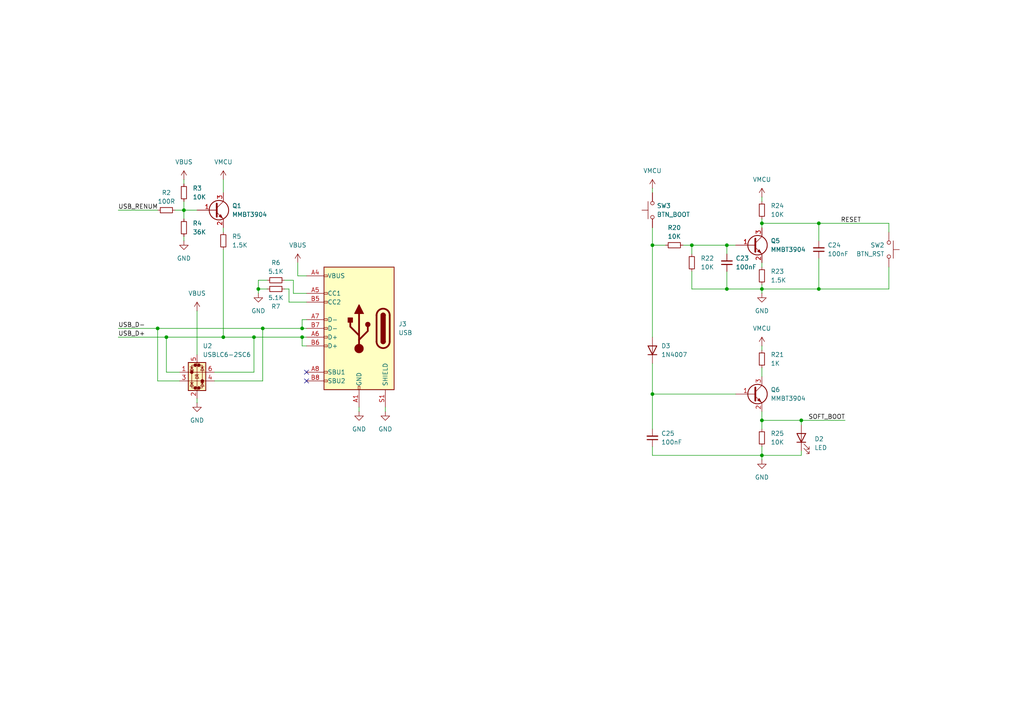
<source format=kicad_sch>
(kicad_sch (version 20231120) (generator "eeschema") (generator_version "8.0")
  (paper "A4")
  (lib_symbols
    (symbol "Connector:USB_C_Receptacle_USB2.0_16P" (pin_names (offset 1.016))
      (property "Reference" "J" (at 0 22.225 0))
      (property "Value" "USB_C_Receptacle_USB2.0_16P" (at 0 19.685 0))
      (symbol "USB_C_Receptacle_USB2.0_16P_0_0"
        (rectangle (start -0.254 -17.78) (end 0.254 -16.764))
        (rectangle (start 10.16 -14.986) (end 9.144 -15.494))
        (rectangle (start 10.16 -12.446) (end 9.144 -12.954))
        (rectangle (start 10.16 -4.826) (end 9.144 -5.334))
        (rectangle (start 10.16 -2.286) (end 9.144 -2.794))
        (rectangle (start 10.16 0.254) (end 9.144 -0.254))
        (rectangle (start 10.16 2.794) (end 9.144 2.286))
        (rectangle (start 10.16 7.874) (end 9.144 7.366))
        (rectangle (start 10.16 10.414) (end 9.144 9.906))
        (rectangle (start 10.16 15.494) (end 9.144 14.986))
      )
      (symbol "USB_C_Receptacle_USB2.0_16P_0_1"
        (rectangle (start -10.16 17.78) (end 10.16 -17.78) (stroke (width 0.254)) (fill (type background)))
        (arc (start -8.89 -3.81) (mid -6.985 -5.7067) (end -5.08 -3.81) (stroke (width 0.508)))
        (arc (start -7.62 -3.81) (mid -6.985 -4.4423) (end -6.35 -3.81) (stroke (width 0.254)))
        (arc (start -7.62 -3.81) (mid -6.985 -4.4423) (end -6.35 -3.81) (stroke (width 0.254)) (fill (type outline)))
        (rectangle (start -7.62 -3.81) (end -6.35 3.81) (stroke (width 0.254)) (fill (type outline)))
        (arc (start -6.35 3.81) (mid -6.985 4.4423) (end -7.62 3.81) (stroke (width 0.254)))
        (arc (start -6.35 3.81) (mid -6.985 4.4423) (end -7.62 3.81) (stroke (width 0.254)) (fill (type outline)))
        (arc (start -5.08 3.81) (mid -6.985 5.7067) (end -8.89 3.81) (stroke (width 0.508)))
        (circle (center -2.54 1.143) (radius 0.635) (stroke (width 0.254)) (fill (type outline)))
        (circle (center 0 -5.842) (radius 1.27) (fill (type outline)))
        (polyline (pts (xy -8.89 -3.81) (xy -8.89 3.81)) (stroke (width 0.508)))
        (polyline (pts (xy -5.08 3.81) (xy -5.08 -3.81)) (stroke (width 0.508)))
        (polyline (pts (xy 0 -5.842) (xy 0 4.318)) (stroke (width 0.508)))
        (polyline (pts (xy 0 -3.302) (xy -2.54 -0.762) (xy -2.54 0.508)) (stroke (width 0.508)))
        (polyline (pts (xy 0 -2.032) (xy 2.54 0.508) (xy 2.54 1.778)) (stroke (width 0.508)))
        (polyline (pts (xy -1.27 4.318) (xy 0 6.858) (xy 1.27 4.318) (xy -1.27 4.318)) (stroke (width 0.254)) (fill (type outline)))
        (rectangle (start 1.905 1.778) (end 3.175 3.048) (stroke (width 0.254)) (fill (type outline)))
      )
      (symbol "USB_C_Receptacle_USB2.0_16P_1_1"
        (pin passive line (at 0 -22.86 90) (length 5.08) (name "GND") (number "A1"))
        (pin passive line (at 0 -22.86 90) (length 5.08) hide (name "GND") (number "A12"))
        (pin passive line (at 15.24 15.24 180) (length 5.08) (name "VBUS") (number "A4"))
        (pin bidirectional line (at 15.24 10.16 180) (length 5.08) (name "CC1") (number "A5"))
        (pin bidirectional line (at 15.24 -2.54 180) (length 5.08) (name "D+") (number "A6"))
        (pin bidirectional line (at 15.24 2.54 180) (length 5.08) (name "D-") (number "A7"))
        (pin bidirectional line (at 15.24 -12.7 180) (length 5.08) (name "SBU1") (number "A8"))
        (pin passive line (at 15.24 15.24 180) (length 5.08) hide (name "VBUS") (number "A9"))
        (pin passive line (at 0 -22.86 90) (length 5.08) hide (name "GND") (number "B1"))
        (pin passive line (at 0 -22.86 90) (length 5.08) hide (name "GND") (number "B12"))
        (pin passive line (at 15.24 15.24 180) (length 5.08) hide (name "VBUS") (number "B4"))
        (pin bidirectional line (at 15.24 7.62 180) (length 5.08) (name "CC2") (number "B5"))
        (pin bidirectional line (at 15.24 -5.08 180) (length 5.08) (name "D+") (number "B6"))
        (pin bidirectional line (at 15.24 0 180) (length 5.08) (name "D-") (number "B7"))
        (pin bidirectional line (at 15.24 -15.24 180) (length 5.08) (name "SBU2") (number "B8"))
        (pin passive line (at 15.24 15.24 180) (length 5.08) hide (name "VBUS") (number "B9"))
        (pin passive line (at -7.62 -22.86 90) (length 5.08) (name "SHIELD") (number "S1"))
      )
    )
    (symbol "Device:C_Small" (pin_numbers hide) (pin_names (offset 0.254) hide)
      (property "Reference" "C" (at 0.254 1.778 0))
      (property "Value" "C_Small" (at 0.254 -2.032 0))
      (symbol "C_Small_0_1"
        (polyline (pts (xy -1.524 -0.508) (xy 1.524 -0.508)) (stroke (width 0.3302)))
        (polyline (pts (xy -1.524 0.508) (xy 1.524 0.508)) (stroke (width 0.3048)))
      )
      (symbol "C_Small_1_1"
        (pin passive line (at 0 2.54 270) (length 2.032) (name "~") (number "1"))
        (pin passive line (at 0 -2.54 90) (length 2.032) (name "~") (number "2"))
      )
    )
    (symbol "Device:LED" (pin_numbers hide) (pin_names (offset 1.016) hide)
      (property "Reference" "D" (at 0 2.54 0))
      (property "Value" "LED" (at 0 -2.54 0))
      (symbol "LED_0_1"
        (polyline (pts (xy -1.27 -1.27) (xy -1.27 1.27)) (stroke (width 0.254)))
        (polyline (pts (xy -1.27 0) (xy 1.27 0)))
        (polyline (pts (xy 1.27 -1.27) (xy 1.27 1.27) (xy -1.27 0) (xy 1.27 -1.27)) (stroke (width 0.254)))
        (polyline (pts (xy -3.048 -0.762) (xy -4.572 -2.286) (xy -3.81 -2.286) (xy -4.572 -2.286) (xy -4.572 -1.524)))
        (polyline (pts (xy -1.778 -0.762) (xy -3.302 -2.286) (xy -2.54 -2.286) (xy -3.302 -2.286) (xy -3.302 -1.524)))
      )
      (symbol "LED_1_1"
        (pin passive line (at -3.81 0 0) (length 2.54) (name "K") (number "1"))
        (pin passive line (at 3.81 0 180) (length 2.54) (name "A") (number "2"))
      )
    )
    (symbol "Device:R_Small" (pin_numbers hide) (pin_names (offset 0.254) hide)
      (property "Reference" "R" (at 0.762 0.508 0))
      (property "Value" "R_Small" (at 0.762 -1.016 0))
      (symbol "R_Small_0_1"
        (rectangle (start -0.762 1.778) (end 0.762 -1.778) (stroke (width 0.2032)))
      )
      (symbol "R_Small_1_1"
        (pin passive line (at 0 2.54 270) (length 0.762) (name "~") (number "1"))
        (pin passive line (at 0 -2.54 90) (length 0.762) (name "~") (number "2"))
      )
    )
    (symbol "Diode:1N4007" (pin_numbers hide) (pin_names hide)
      (property "Reference" "D" (at 0 2.54 0))
      (property "Value" "1N4007" (at 0 -2.54 0))
      (symbol "1N4007_0_1"
        (polyline (pts (xy -1.27 1.27) (xy -1.27 -1.27)) (stroke (width 0.254)))
        (polyline (pts (xy 1.27 0) (xy -1.27 0)))
        (polyline (pts (xy 1.27 1.27) (xy 1.27 -1.27) (xy -1.27 0) (xy 1.27 1.27)) (stroke (width 0.254)))
      )
      (symbol "1N4007_1_1"
        (pin passive line (at -3.81 0 0) (length 2.54) (name "K") (number "1"))
        (pin passive line (at 3.81 0 180) (length 2.54) (name "A") (number "2"))
      )
    )
    (symbol "Power_Protection:USBLC6-2SC6" (pin_names hide)
      (property "Reference" "U" (at 0.635 5.715 0))
      (property "Value" "USBLC6-2SC6" (at 0.635 3.81 0))
      (symbol "USBLC6-2SC6_0_0"
        (circle (center -1.524 0) (radius 0.0001) (stroke (width 0.508)))
        (circle (center -0.508 -4.572) (radius 0.0001) (stroke (width 0.508)))
        (circle (center -0.508 2.032) (radius 0.0001) (stroke (width 0.508)))
        (circle (center 0.508 -4.572) (radius 0.0001) (stroke (width 0.508)))
        (circle (center 0.508 2.032) (radius 0.0001) (stroke (width 0.508)))
        (circle (center 1.524 -2.54) (radius 0.0001) (stroke (width 0.508)))
      )
      (symbol "USBLC6-2SC6_0_1"
        (polyline (pts (xy -2.54 -2.54) (xy 2.54 -2.54)))
        (polyline (pts (xy -2.54 0) (xy 2.54 0)))
        (polyline (pts (xy -2.032 -3.048) (xy -1.016 -3.048)))
        (polyline (pts (xy -1.016 1.524) (xy -2.032 1.524)))
        (polyline (pts (xy 1.016 -3.048) (xy 2.032 -3.048)))
        (polyline (pts (xy 1.016 1.524) (xy 2.032 1.524)))
        (polyline (pts (xy -0.508 -1.143) (xy -0.508 -0.762) (xy 0.508 -0.762)))
        (polyline (pts (xy -2.032 0.508) (xy -1.016 0.508) (xy -1.524 1.524) (xy -2.032 0.508)))
        (polyline (pts (xy -1.016 -4.064) (xy -2.032 -4.064) (xy -1.524 -3.048) (xy -1.016 -4.064)))
        (polyline (pts (xy 0.508 -1.778) (xy -0.508 -1.778) (xy 0 -0.762) (xy 0.508 -1.778)))
        (polyline (pts (xy 2.032 -4.064) (xy 1.016 -4.064) (xy 1.524 -3.048) (xy 2.032 -4.064)))
        (polyline (pts (xy 2.032 0.508) (xy 1.016 0.508) (xy 1.524 1.524) (xy 2.032 0.508)))
        (polyline (pts (xy 0 2.54) (xy -0.508 2.032) (xy 0.508 2.032) (xy 0 1.524) (xy 0 -4.064) (xy -0.508 -4.572) (xy 0.508 -4.572) (xy 0 -5.08)))
      )
      (symbol "USBLC6-2SC6_1_1"
        (rectangle (start -2.54 2.794) (end 2.54 -5.334) (stroke (width 0.254)) (fill (type background)))
        (polyline (pts (xy -0.508 2.032) (xy -1.524 2.032) (xy -1.524 -4.572) (xy -0.508 -4.572)))
        (polyline (pts (xy 0.508 -4.572) (xy 1.524 -4.572) (xy 1.524 2.032) (xy 0.508 2.032)))
        (pin passive line (at -5.08 0 0) (length 2.54) (name "I/O1") (number "1"))
        (pin passive line (at 0 -7.62 90) (length 2.54) (name "GND") (number "2"))
        (pin passive line (at -5.08 -2.54 0) (length 2.54) (name "I/O2") (number "3"))
        (pin passive line (at 5.08 -2.54 180) (length 2.54) (name "I/O2") (number "4"))
        (pin passive line (at 0 5.08 270) (length 2.54) (name "VBUS") (number "5"))
        (pin passive line (at 5.08 0 180) (length 2.54) (name "I/O1") (number "6"))
      )
    )
    (symbol "Switch:SW_Push" (pin_numbers hide) (pin_names (offset 1.016) hide)
      (property "Reference" "SW" (at 1.27 2.54 0))
      (property "Value" "SW_Push" (at 0 -1.524 0))
      (symbol "SW_Push_0_1"
        (circle (center -2.032 0) (radius 0.508))
        (polyline (pts (xy 0 1.27) (xy 0 3.048)))
        (polyline (pts (xy 2.54 1.27) (xy -2.54 1.27)))
        (circle (center 2.032 0) (radius 0.508))
        (pin passive line (at -5.08 0 0) (length 2.54) (name "1") (number "1"))
        (pin passive line (at 5.08 0 180) (length 2.54) (name "2") (number "2"))
      )
    )
    (symbol "Transistor_BJT:MMBT3904" (pin_names (offset 0) hide)
      (property "Reference" "Q" (at 5.08 1.905 0))
      (property "Value" "MMBT3904" (at 5.08 0 0))
      (symbol "MMBT3904_0_1"
        (polyline (pts (xy 0.635 0.635) (xy 2.54 2.54)))
        (polyline (pts (xy 0.635 -0.635) (xy 2.54 -2.54) (xy 2.54 -2.54)))
        (polyline (pts (xy 0.635 1.905) (xy 0.635 -1.905) (xy 0.635 -1.905)) (stroke (width 0.508)))
        (polyline (pts (xy 1.27 -1.778) (xy 1.778 -1.27) (xy 2.286 -2.286) (xy 1.27 -1.778) (xy 1.27 -1.778)) (fill (type outline)))
        (circle (center 1.27 0) (radius 2.8194) (stroke (width 0.254)))
      )
      (symbol "MMBT3904_1_1"
        (pin input line (at -5.08 0 0) (length 5.715) (name "B") (number "1"))
        (pin passive line (at 2.54 -5.08 90) (length 2.54) (name "E") (number "2"))
        (pin passive line (at 2.54 5.08 270) (length 2.54) (name "C") (number "3"))
      )
    )
    (symbol "power:+3V3" (power) (pin_numbers hide) (pin_names (offset 0) hide)
      (property "Value" "+3V3" (at 0 3.556 0))
      (symbol "+3V3_0_1"
        (polyline (pts (xy -0.762 1.27) (xy 0 2.54)))
        (polyline (pts (xy 0 0) (xy 0 2.54)))
        (polyline (pts (xy 0 2.54) (xy 0.762 1.27)))
      )
      (symbol "+3V3_1_1"
        (pin power_in line (at 0 0 90) (length 0) (name "~") (number "1"))
      )
    )
    (symbol "power:GND" (power) (pin_numbers hide) (pin_names (offset 0) hide)
      (property "Value" "GND" (at 0 -3.81 0))
      (symbol "GND_0_1"
        (polyline (pts (xy 0 0) (xy 0 -1.27) (xy 1.27 -1.27) (xy 0 -2.54) (xy -1.27 -1.27) (xy 0 -1.27)))
      )
      (symbol "GND_1_1"
        (pin power_in line (at 0 0 270) (length 0) (name "~") (number "1"))
      )
    )
    (symbol "power:VBUS" (power) (pin_numbers hide) (pin_names (offset 0) hide)
      (property "Value" "VBUS" (at 0 3.556 0))
      (symbol "VBUS_0_1"
        (polyline (pts (xy -0.762 1.27) (xy 0 2.54)))
        (polyline (pts (xy 0 0) (xy 0 2.54)))
        (polyline (pts (xy 0 2.54) (xy 0.762 1.27)))
      )
      (symbol "VBUS_1_1"
        (pin power_in line (at 0 0 90) (length 0) (name "~") (number "1"))
      )
    )
  )
  (junction (at 220.98 64.77))
  (junction (at 64.77 97.79))
  (junction (at 220.98 83.82))
  (junction (at 210.82 71.12))
  (junction (at 48.26 97.79))
  (junction (at 45.72 95.25))
  (junction (at 200.66 71.12))
  (junction (at 87.63 95.25))
  (junction (at 87.63 97.79))
  (junction (at 232.41 121.92))
  (junction (at 220.98 132.08))
  (junction (at 76.2 95.25))
  (junction (at 189.23 114.3))
  (junction (at 74.93 83.82))
  (junction (at 189.23 71.12))
  (junction (at 210.82 83.82))
  (junction (at 53.34 60.96))
  (junction (at 73.66 97.79))
  (junction (at 237.49 83.82))
  (junction (at 220.98 121.92))
  (junction (at 237.49 64.77))
  (no_connect (at 88.9 110.49))
  (no_connect (at 88.9 107.95))
  (wire (pts (xy 57.15 90.17) (xy 57.15 102.87)))
  (wire (pts (xy 50.8 60.96) (xy 53.34 60.96)))
  (wire (pts (xy 232.41 121.92) (xy 245.11 121.92)))
  (wire (pts (xy 76.2 95.25) (xy 87.63 95.25)))
  (wire (pts (xy 34.29 60.96) (xy 45.72 60.96)))
  (wire (pts (xy 200.66 71.12) (xy 210.82 71.12)))
  (wire (pts (xy 64.77 97.79) (xy 73.66 97.79)))
  (wire (pts (xy 237.49 64.77) (xy 220.98 64.77)))
  (wire (pts (xy 76.2 110.49) (xy 76.2 95.25)))
  (wire (pts (xy 57.15 116.84) (xy 57.15 115.57)))
  (wire (pts (xy 52.07 107.95) (xy 48.26 107.95)))
  (wire (pts (xy 210.82 71.12) (xy 213.36 71.12)))
  (wire (pts (xy 83.82 87.63) (xy 88.9 87.63)))
  (wire (pts (xy 257.81 77.47) (xy 257.81 83.82)))
  (wire (pts (xy 232.41 123.19) (xy 232.41 121.92)))
  (wire (pts (xy 189.23 132.08) (xy 220.98 132.08)))
  (wire (pts (xy 200.66 78.74) (xy 200.66 83.82)))
  (wire (pts (xy 53.34 69.85) (xy 53.34 68.58)))
  (wire (pts (xy 86.36 76.2) (xy 86.36 80.01)))
  (wire (pts (xy 189.23 114.3) (xy 189.23 124.46)))
  (wire (pts (xy 257.81 64.77) (xy 237.49 64.77)))
  (wire (pts (xy 220.98 121.92) (xy 232.41 121.92)))
  (wire (pts (xy 88.9 100.33) (xy 87.63 100.33)))
  (wire (pts (xy 62.23 107.95) (xy 73.66 107.95)))
  (wire (pts (xy 189.23 71.12) (xy 193.04 71.12)))
  (wire (pts (xy 85.09 81.28) (xy 85.09 85.09)))
  (wire (pts (xy 73.66 97.79) (xy 87.63 97.79)))
  (wire (pts (xy 200.66 71.12) (xy 200.66 73.66)))
  (wire (pts (xy 111.76 119.38) (xy 111.76 118.11)))
  (wire (pts (xy 74.93 81.28) (xy 77.47 81.28)))
  (wire (pts (xy 220.98 63.5) (xy 220.98 64.77)))
  (wire (pts (xy 53.34 60.96) (xy 53.34 63.5)))
  (wire (pts (xy 45.72 95.25) (xy 76.2 95.25)))
  (wire (pts (xy 237.49 83.82) (xy 220.98 83.82)))
  (wire (pts (xy 257.81 67.31) (xy 257.81 64.77)))
  (wire (pts (xy 189.23 105.41) (xy 189.23 114.3)))
  (wire (pts (xy 86.36 80.01) (xy 88.9 80.01)))
  (wire (pts (xy 104.14 119.38) (xy 104.14 118.11)))
  (wire (pts (xy 64.77 52.07) (xy 64.77 55.88)))
  (wire (pts (xy 48.26 107.95) (xy 48.26 97.79)))
  (wire (pts (xy 82.55 83.82) (xy 83.82 83.82)))
  (wire (pts (xy 189.23 129.54) (xy 189.23 132.08)))
  (wire (pts (xy 220.98 57.15) (xy 220.98 58.42)))
  (wire (pts (xy 88.9 92.71) (xy 87.63 92.71)))
  (wire (pts (xy 237.49 69.85) (xy 237.49 64.77)))
  (wire (pts (xy 210.82 71.12) (xy 210.82 73.66)))
  (wire (pts (xy 74.93 83.82) (xy 77.47 83.82)))
  (wire (pts (xy 87.63 95.25) (xy 88.9 95.25)))
  (wire (pts (xy 210.82 78.74) (xy 210.82 83.82)))
  (wire (pts (xy 232.41 130.81) (xy 232.41 132.08)))
  (wire (pts (xy 257.81 83.82) (xy 237.49 83.82)))
  (wire (pts (xy 237.49 74.93) (xy 237.49 83.82)))
  (wire (pts (xy 74.93 85.09) (xy 74.93 83.82)))
  (wire (pts (xy 220.98 100.33) (xy 220.98 101.6)))
  (wire (pts (xy 189.23 66.04) (xy 189.23 71.12)))
  (wire (pts (xy 83.82 83.82) (xy 83.82 87.63)))
  (wire (pts (xy 45.72 110.49) (xy 45.72 95.25)))
  (wire (pts (xy 73.66 107.95) (xy 73.66 97.79)))
  (wire (pts (xy 53.34 58.42) (xy 53.34 60.96)))
  (wire (pts (xy 220.98 121.92) (xy 220.98 119.38)))
  (wire (pts (xy 53.34 60.96) (xy 57.15 60.96)))
  (wire (pts (xy 220.98 85.09) (xy 220.98 83.82)))
  (wire (pts (xy 34.29 97.79) (xy 48.26 97.79)))
  (wire (pts (xy 62.23 110.49) (xy 76.2 110.49)))
  (wire (pts (xy 220.98 106.68) (xy 220.98 109.22)))
  (wire (pts (xy 34.29 95.25) (xy 45.72 95.25)))
  (wire (pts (xy 220.98 77.47) (xy 220.98 76.2)))
  (wire (pts (xy 220.98 133.35) (xy 220.98 132.08)))
  (wire (pts (xy 85.09 85.09) (xy 88.9 85.09)))
  (wire (pts (xy 74.93 83.82) (xy 74.93 81.28)))
  (wire (pts (xy 87.63 100.33) (xy 87.63 97.79)))
  (wire (pts (xy 198.12 71.12) (xy 200.66 71.12)))
  (wire (pts (xy 189.23 97.79) (xy 189.23 71.12)))
  (wire (pts (xy 87.63 97.79) (xy 88.9 97.79)))
  (wire (pts (xy 52.07 110.49) (xy 45.72 110.49)))
  (wire (pts (xy 53.34 52.07) (xy 53.34 53.34)))
  (wire (pts (xy 220.98 124.46) (xy 220.98 121.92)))
  (wire (pts (xy 210.82 83.82) (xy 220.98 83.82)))
  (wire (pts (xy 64.77 67.31) (xy 64.77 66.04)))
  (wire (pts (xy 220.98 132.08) (xy 220.98 129.54)))
  (wire (pts (xy 189.23 114.3) (xy 213.36 114.3)))
  (wire (pts (xy 220.98 83.82) (xy 220.98 82.55)))
  (wire (pts (xy 48.26 97.79) (xy 64.77 97.79)))
  (wire (pts (xy 220.98 64.77) (xy 220.98 66.04)))
  (wire (pts (xy 87.63 92.71) (xy 87.63 95.25)))
  (wire (pts (xy 64.77 72.39) (xy 64.77 97.79)))
  (wire (pts (xy 189.23 54.61) (xy 189.23 55.88)))
  (wire (pts (xy 200.66 83.82) (xy 210.82 83.82)))
  (wire (pts (xy 220.98 132.08) (xy 232.41 132.08)))
  (wire (pts (xy 82.55 81.28) (xy 85.09 81.28)))
  (label "RESET" (at 243.84 64.77 0))
  (label "USB_RENUM" (at 34.29 60.96 0))
  (label "USB_D+" (at 34.29 97.79 0))
  (label "USB_D-" (at 34.29 95.25 0))
  (label "SOFT_BOOT" (at 245.11 121.92 180))
  (symbol (lib_id "power:+3V3") (at 220.98 57.15 0) (unit 1)
    (property "Reference" "#PWR061" (effects (hide yes)))
    (property "Value" "VMCU" (at 220.98 52.07 0))
    (property "Description" "Power symbol creates a global label with name \"+3V3\"" (effects (hide yes)))
  )
  (symbol (lib_id "Device:R_Small") (at 64.77 69.85 180) (unit 1)
    (property "Reference" "R5" (at 67.31 68.5799 0) (effects (justify right)))
    (property "Value" "1.5K" (at 67.31 71.1199 0) (effects (justify right)))
    (property "Footprint" "Resistor_SMD:R_0603_1608Metric" (effects (hide yes)))
    (property "Description" "Resistor, small symbol" (effects (hide yes)))
  )
  (symbol (lib_id "power:GND") (at 111.76 119.38 0) (unit 1)
    (property "Reference" "#PWR021" (effects (hide yes)))
    (property "Value" "GND" (at 111.76 124.46 0))
    (property "Description" "Power symbol creates a global label with name \"GND\" , ground" (effects (hide yes)))
  )
  (symbol (lib_id "Diode:1N4007") (at 189.23 101.6 90) (unit 1)
    (property "Reference" "D3" (at 191.77 100.3299 90) (effects (justify right)))
    (property "Value" "1N4007" (at 191.77 102.8699 90) (effects (justify right)))
    (property "Footprint" "Diode_SMD:D_SOD-123F" (effects (hide yes)))
    (property "Datasheet" "http://www.vishay.com/docs/88503/1n4001.pdf" (effects (hide yes)))
    (property "Description" "1000V 1A General Purpose Rectifier Diode, DO-41" (effects (hide yes)))
    (property "Sim.Device" "D" (effects (hide yes)))
    (property "Sim.Pins" "1=K 2=A" (effects (hide yes)))
  )
  (symbol (lib_id "Power_Protection:USBLC6-2SC6") (at 57.15 107.95 0) (unit 1)
    (property "Reference" "U2" (at 58.8011 100.33 0) (effects (justify left)))
    (property "Value" "USBLC6-2SC6" (at 58.8011 102.87 0) (effects (justify left)))
    (property "Footprint" "Package_TO_SOT_SMD:SOT-23-6" (effects (hide yes)))
    (property "Datasheet" "https://www.st.com/resource/en/datasheet/usblc6-2.pdf" (effects (hide yes)))
    (property "Description" "Very low capacitance ESD protection diode, 2 data-line, SOT-23-6" (effects (hide yes)))
  )
  (symbol (lib_id "Switch:SW_Push") (at 257.81 72.39 270) (mirror x) (unit 1)
    (property "Reference" "SW2" (at 256.54 71.1199 90) (effects (justify right)))
    (property "Value" "BTN_RST" (at 256.54 73.6599 90) (effects (justify right)))
    (property "Footprint" "Button_Switch_THT:SW_PUSH_6mm_H5mm" (effects (hide yes)))
    (property "Description" "Push button switch, generic, two pins" (effects (hide yes)))
  )
  (symbol (lib_id "power:VBUS") (at 53.34 52.07 0) (unit 1)
    (property "Reference" "#PWR013" (effects (hide yes)))
    (property "Value" "VBUS" (at 53.34 46.99 0))
    (property "Description" "Power symbol creates a global label with name \"VBUS\"" (effects (hide yes)))
  )
  (symbol (lib_id "Device:LED") (at 232.41 127 90) (unit 1)
    (property "Reference" "D2" (at 236.22 127.3174 90) (effects (justify right)))
    (property "Value" "LED" (at 236.22 129.8574 90) (effects (justify right)))
    (property "Footprint" "LED_SMD:LED_0805_2012Metric" (effects (hide yes)))
    (property "Description" "Light emitting diode" (effects (hide yes)))
  )
  (symbol (lib_id "Transistor_BJT:MMBT3904") (at 218.44 114.3 0) (unit 1)
    (property "Reference" "Q6" (at 223.52 113.0299 0) (effects (justify left)))
    (property "Value" "MMBT3904" (at 223.52 115.5699 0) (effects (justify left)))
    (property "Footprint" "Package_TO_SOT_SMD:SOT-23" (effects (hide yes)))
    (property "Datasheet" "https://www.onsemi.com/pdf/datasheet/pzt3904-d.pdf" (effects (hide yes)))
    (property "Description" "0.2A Ic, 40V Vce, Small Signal NPN Transistor, SOT-23" (effects (hide yes)))
  )
  (symbol (lib_id "Device:R_Small") (at 220.98 60.96 180) (unit 1)
    (property "Reference" "R24" (at 223.52 59.6899 0) (effects (justify right)))
    (property "Value" "10K" (at 223.52 62.2299 0) (effects (justify right)))
    (property "Footprint" "Resistor_SMD:R_0603_1608Metric" (effects (hide yes)))
    (property "Description" "Resistor, small symbol" (effects (hide yes)))
  )
  (symbol (lib_id "Connector:USB_C_Receptacle_USB2.0_16P") (at 104.14 95.25 0) (mirror y) (unit 1)
    (property "Reference" "J3" (at 115.57 93.9799 0) (effects (justify right)))
    (property "Value" "USB" (at 115.57 96.5199 0) (effects (justify right)))
    (property "Footprint" "Connector_USB:USB_C_Receptacle_G-Switch_GT-USB-7010ASV" (effects (hide yes)))
    (property "Datasheet" "https://www.usb.org/sites/default/files/documents/usb_type-c.zip" (effects (hide yes)))
    (property "Description" "USB 2.0-only 16P Type-C Receptacle connector" (effects (hide yes)))
  )
  (symbol (lib_id "power:+3V3") (at 220.98 100.33 0) (unit 1)
    (property "Reference" "#PWR062" (effects (hide yes)))
    (property "Value" "VMCU" (at 220.98 95.25 0))
    (property "Description" "Power symbol creates a global label with name \"+3V3\"" (effects (hide yes)))
  )
  (symbol (lib_id "Device:C_Small") (at 189.23 127 180) (unit 1)
    (property "Reference" "C25" (at 191.77 125.7235 0) (effects (justify right)))
    (property "Value" "100nF" (at 191.77 128.2635 0) (effects (justify right)))
    (property "Footprint" "Capacitor_SMD:C_0603_1608Metric" (effects (hide yes)))
    (property "Description" "Unpolarized capacitor, small symbol" (effects (hide yes)))
  )
  (symbol (lib_id "power:GND") (at 57.15 116.84 0) (unit 1)
    (property "Reference" "#PWR016" (effects (hide yes)))
    (property "Value" "GND" (at 57.15 121.92 0))
    (property "Description" "Power symbol creates a global label with name \"GND\" , ground" (effects (hide yes)))
  )
  (symbol (lib_id "Device:R_Small") (at 53.34 55.88 180) (unit 1)
    (property "Reference" "R3" (at 55.88 54.6099 0) (effects (justify right)))
    (property "Value" "10K" (at 55.88 57.1499 0) (effects (justify right)))
    (property "Footprint" "Resistor_SMD:R_0603_1608Metric" (effects (hide yes)))
    (property "Description" "Resistor, small symbol" (effects (hide yes)))
  )
  (symbol (lib_id "Device:R_Small") (at 220.98 104.14 180) (unit 1)
    (property "Reference" "R21" (at 223.52 102.8699 0) (effects (justify right)))
    (property "Value" "1K" (at 223.52 105.4099 0) (effects (justify right)))
    (property "Footprint" "Resistor_SMD:R_0603_1608Metric" (effects (hide yes)))
    (property "Description" "Resistor, small symbol" (effects (hide yes)))
  )
  (symbol (lib_id "power:+3V3") (at 189.23 54.61 0) (unit 1)
    (property "Reference" "#PWR063" (effects (hide yes)))
    (property "Value" "VMCU" (at 189.23 49.53 0))
    (property "Description" "Power symbol creates a global label with name \"+3V3\"" (effects (hide yes)))
  )
  (symbol (lib_id "Device:C_Small") (at 210.82 76.2 180) (unit 1)
    (property "Reference" "C23" (at 213.36 74.9235 0) (effects (justify right)))
    (property "Value" "100nF" (at 213.36 77.4635 0) (effects (justify right)))
    (property "Footprint" "Capacitor_SMD:C_0603_1608Metric" (effects (hide yes)))
    (property "Description" "Unpolarized capacitor, small symbol" (effects (hide yes)))
  )
  (symbol (lib_id "Device:R_Small") (at 48.26 60.96 270) (unit 1)
    (property "Reference" "R2" (at 48.26 55.88 90))
    (property "Value" "100R" (at 48.26 58.42 90))
    (property "Footprint" "Resistor_SMD:R_0603_1608Metric" (effects (hide yes)))
    (property "Description" "Resistor, small symbol" (effects (hide yes)))
  )
  (symbol (lib_id "Device:R_Small") (at 220.98 80.01 180) (unit 1)
    (property "Reference" "R23" (at 223.52 78.7399 0) (effects (justify right)))
    (property "Value" "1.5K" (at 223.52 81.2799 0) (effects (justify right)))
    (property "Footprint" "Resistor_SMD:R_0603_1608Metric" (effects (hide yes)))
    (property "Description" "Resistor, small symbol" (effects (hide yes)))
  )
  (symbol (lib_id "Transistor_BJT:MMBT3904") (at 218.44 71.12 0) (unit 1)
    (property "Reference" "Q5" (at 223.52 69.8499 0) (effects (justify left)))
    (property "Value" "MMBT3904" (at 223.52 72.3899 0) (effects (justify left)))
    (property "Footprint" "Package_TO_SOT_SMD:SOT-23" (effects (hide yes)))
    (property "Datasheet" "https://www.onsemi.com/pdf/datasheet/pzt3904-d.pdf" (effects (hide yes)))
    (property "Description" "0.2A Ic, 40V Vce, Small Signal NPN Transistor, SOT-23" (effects (hide yes)))
  )
  (symbol (lib_id "Device:C_Small") (at 237.49 72.39 180) (unit 1)
    (property "Reference" "C24" (at 240.03 71.1135 0) (effects (justify right)))
    (property "Value" "100nF" (at 240.03 73.6535 0) (effects (justify right)))
    (property "Footprint" "Capacitor_SMD:C_0603_1608Metric" (effects (hide yes)))
    (property "Description" "Unpolarized capacitor, small symbol" (effects (hide yes)))
  )
  (symbol (lib_id "Device:R_Small") (at 53.34 66.04 180) (unit 1)
    (property "Reference" "R4" (at 55.88 64.7699 0) (effects (justify right)))
    (property "Value" "36K" (at 55.88 67.3099 0) (effects (justify right)))
    (property "Footprint" "Resistor_SMD:R_0603_1608Metric" (effects (hide yes)))
    (property "Description" "Resistor, small symbol" (effects (hide yes)))
  )
  (symbol (lib_id "power:+3V3") (at 64.77 52.07 0) (unit 1)
    (property "Reference" "#PWR017" (effects (hide yes)))
    (property "Value" "VMCU" (at 64.77 46.99 0))
    (property "Description" "Power symbol creates a global label with name \"+3V3\"" (effects (hide yes)))
  )
  (symbol (lib_id "power:GND") (at 74.93 85.09 0) (unit 1)
    (property "Reference" "#PWR018" (effects (hide yes)))
    (property "Value" "GND" (at 74.93 90.17 0))
    (property "Description" "Power symbol creates a global label with name \"GND\" , ground" (effects (hide yes)))
  )
  (symbol (lib_id "Device:R_Small") (at 195.58 71.12 270) (unit 1)
    (property "Reference" "R20" (at 195.58 66.04 90))
    (property "Value" "10K" (at 195.58 68.58 90))
    (property "Footprint" "Resistor_SMD:R_0603_1608Metric" (effects (hide yes)))
    (property "Description" "Resistor, small symbol" (effects (hide yes)))
  )
  (symbol (lib_id "power:GND") (at 53.34 69.85 0) (unit 1)
    (property "Reference" "#PWR014" (effects (hide yes)))
    (property "Value" "GND" (at 53.34 74.93 0))
    (property "Description" "Power symbol creates a global label with name \"GND\" , ground" (effects (hide yes)))
  )
  (symbol (lib_id "Transistor_BJT:MMBT3904") (at 62.23 60.96 0) (unit 1)
    (property "Reference" "Q1" (at 67.31 59.6899 0) (effects (justify left)))
    (property "Value" "MMBT3904" (at 67.31 62.2299 0) (effects (justify left)))
    (property "Footprint" "Package_TO_SOT_SMD:SOT-23" (effects (hide yes)))
    (property "Datasheet" "https://www.onsemi.com/pdf/datasheet/pzt3904-d.pdf" (effects (hide yes)))
    (property "Description" "0.2A Ic, 40V Vce, Small Signal NPN Transistor, SOT-23" (effects (hide yes)))
  )
  (symbol (lib_id "Device:R_Small") (at 80.01 83.82 90) (mirror x) (unit 1)
    (property "Reference" "R7" (at 80.01 88.9 90))
    (property "Value" "5.1K" (at 80.01 86.36 90))
    (property "Footprint" "Resistor_SMD:R_0603_1608Metric" (effects (hide yes)))
    (property "Description" "Resistor, small symbol" (effects (hide yes)))
  )
  (symbol (lib_id "Device:R_Small") (at 220.98 127 180) (unit 1)
    (property "Reference" "R25" (at 223.52 125.7299 0) (effects (justify right)))
    (property "Value" "10K" (at 223.52 128.2699 0) (effects (justify right)))
    (property "Footprint" "Resistor_SMD:R_0603_1608Metric" (effects (hide yes)))
    (property "Description" "Resistor, small symbol" (effects (hide yes)))
  )
  (symbol (lib_id "power:GND") (at 220.98 133.35 0) (unit 1)
    (property "Reference" "#PWR059" (effects (hide yes)))
    (property "Value" "GND" (at 220.98 138.43 0))
    (property "Description" "Power symbol creates a global label with name \"GND\" , ground" (effects (hide yes)))
  )
  (symbol (lib_id "power:VBUS") (at 86.36 76.2 0) (unit 1)
    (property "Reference" "#PWR019" (effects (hide yes)))
    (property "Value" "VBUS" (at 86.36 71.12 0))
    (property "Description" "Power symbol creates a global label with name \"VBUS\"" (effects (hide yes)))
  )
  (symbol (lib_id "Switch:SW_Push") (at 189.23 60.96 90) (unit 1)
    (property "Reference" "SW3" (at 190.5 59.6899 90) (effects (justify right)))
    (property "Value" "BTN_BOOT" (at 190.5 62.2299 90) (effects (justify right)))
    (property "Footprint" "Button_Switch_THT:SW_PUSH_6mm_H5mm" (effects (hide yes)))
    (property "Description" "Push button switch, generic, two pins" (effects (hide yes)))
  )
  (symbol (lib_id "Device:R_Small") (at 80.01 81.28 270) (unit 1)
    (property "Reference" "R6" (at 80.01 76.2 90))
    (property "Value" "5.1K" (at 80.01 78.74 90))
    (property "Footprint" "Resistor_SMD:R_0603_1608Metric" (effects (hide yes)))
    (property "Description" "Resistor, small symbol" (effects (hide yes)))
  )
  (symbol (lib_id "power:GND") (at 104.14 119.38 0) (unit 1)
    (property "Reference" "#PWR020" (effects (hide yes)))
    (property "Value" "GND" (at 104.14 124.46 0))
    (property "Description" "Power symbol creates a global label with name \"GND\" , ground" (effects (hide yes)))
  )
  (symbol (lib_id "power:GND") (at 220.98 85.09 0) (unit 1)
    (property "Reference" "#PWR060" (effects (hide yes)))
    (property "Value" "GND" (at 220.98 90.17 0))
    (property "Description" "Power symbol creates a global label with name \"GND\" , ground" (effects (hide yes)))
  )
  (symbol (lib_id "power:VBUS") (at 57.15 90.17 0) (unit 1)
    (property "Reference" "#PWR015" (effects (hide yes)))
    (property "Value" "VBUS" (at 57.15 85.09 0))
    (property "Description" "Power symbol creates a global label with name \"VBUS\"" (effects (hide yes)))
  )
  (symbol (lib_id "Device:R_Small") (at 200.66 76.2 180) (unit 1)
    (property "Reference" "R22" (at 203.2 74.9299 0) (effects (justify right)))
    (property "Value" "10K" (at 203.2 77.4699 0) (effects (justify right)))
    (property "Footprint" "Resistor_SMD:R_0603_1608Metric" (effects (hide yes)))
    (property "Description" "Resistor, small symbol" (effects (hide yes)))
  )
)
</source>
